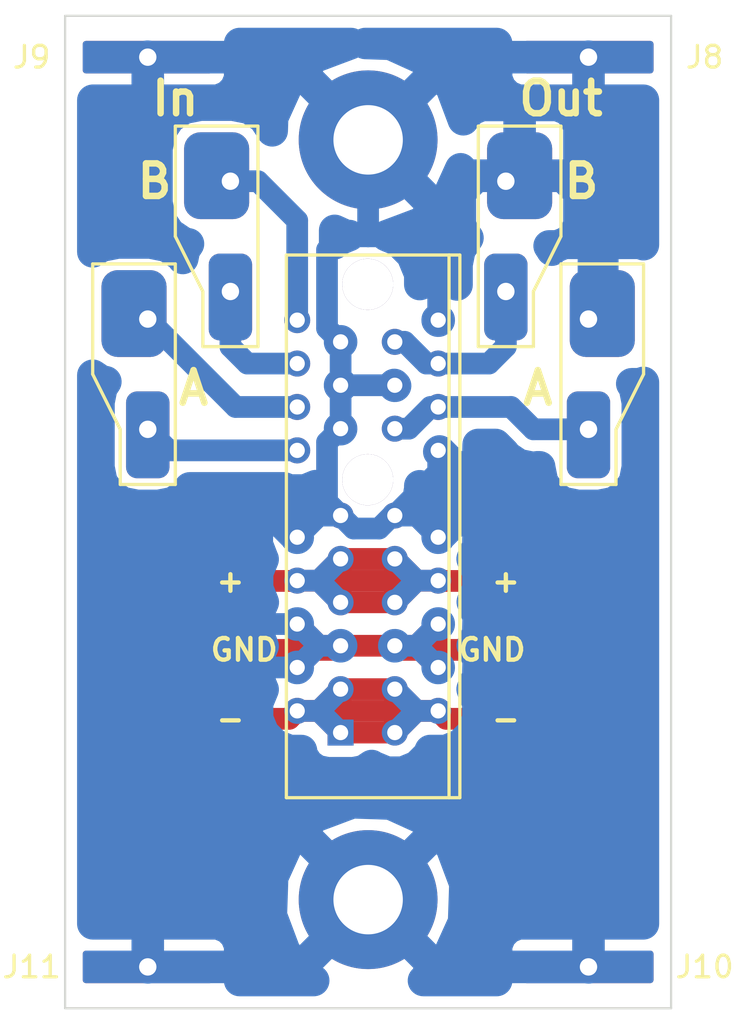
<source format=kicad_pcb>
(kicad_pcb (version 20171130) (host pcbnew 5.0.2-bee76a0~70~ubuntu16.04.1)

  (general
    (thickness 1.6)
    (drawings 16)
    (tracks 137)
    (zones 0)
    (modules 17)
    (nets 10)
  )

  (page A4)
  (layers
    (0 F.Cu signal)
    (31 B.Cu signal)
    (32 B.Adhes user)
    (33 F.Adhes user)
    (34 B.Paste user)
    (35 F.Paste user)
    (36 B.SilkS user)
    (37 F.SilkS user)
    (38 B.Mask user)
    (39 F.Mask user)
    (40 Dwgs.User user)
    (41 Cmts.User user)
    (42 Eco1.User user)
    (43 Eco2.User user)
    (44 Edge.Cuts user)
    (45 Margin user)
    (46 B.CrtYd user)
    (47 F.CrtYd user)
    (48 B.Fab user)
    (49 F.Fab user)
  )

  (setup
    (last_trace_width 1)
    (trace_clearance 0.2)
    (zone_clearance 0.5)
    (zone_45_only no)
    (trace_min 0.2)
    (segment_width 0.2)
    (edge_width 0.1)
    (via_size 0.8)
    (via_drill 0.4)
    (via_min_size 0.4)
    (via_min_drill 0.3)
    (uvia_size 0.3)
    (uvia_drill 0.1)
    (uvias_allowed no)
    (uvia_min_size 0.2)
    (uvia_min_drill 0.1)
    (pcb_text_width 0.3)
    (pcb_text_size 1.5 1.5)
    (mod_edge_width 0.15)
    (mod_text_size 1 1)
    (mod_text_width 0.15)
    (pad_size 6.4 6.4)
    (pad_drill 3.2)
    (pad_to_mask_clearance 0)
    (solder_mask_min_width 0.25)
    (aux_axis_origin 0 0)
    (visible_elements FFFFFF7F)
    (pcbplotparams
      (layerselection 0x010fc_ffffffff)
      (usegerberextensions false)
      (usegerberattributes false)
      (usegerberadvancedattributes false)
      (creategerberjobfile false)
      (excludeedgelayer true)
      (linewidth 0.100000)
      (plotframeref false)
      (viasonmask false)
      (mode 1)
      (useauxorigin false)
      (hpglpennumber 1)
      (hpglpenspeed 20)
      (hpglpendiameter 15.000000)
      (psnegative false)
      (psa4output false)
      (plotreference true)
      (plotvalue true)
      (plotinvisibletext false)
      (padsonsilk false)
      (subtractmaskfromsilk false)
      (outputformat 1)
      (mirror false)
      (drillshape 1)
      (scaleselection 1)
      (outputdirectory ""))
  )

  (net 0 "")
  (net 1 GNDA)
  (net 2 inA-)
  (net 3 inA+)
  (net 4 inB+)
  (net 5 inB-)
  (net 6 outB)
  (net 7 outA)
  (net 8 +15V)
  (net 9 -15V)

  (net_class Default "This is the default net class."
    (clearance 0.2)
    (trace_width 1)
    (via_dia 0.8)
    (via_drill 0.4)
    (uvia_dia 0.3)
    (uvia_drill 0.1)
    (add_net +15V)
    (add_net -15V)
    (add_net GNDA)
    (add_net inA+)
    (add_net inA-)
    (add_net inB+)
    (add_net inB-)
    (add_net outA)
    (add_net outB)
  )

  (module footprints:PCIexpress_1x_connector (layer F.Cu) (tedit 5CD00FC7) (tstamp 5CB1E174)
    (at 38.1 45.72 90)
    (path /5CB5100B)
    (fp_text reference J1 (at -2 2.54 90) (layer F.SilkS) hide
      (effects (font (size 1 1) (thickness 0.15)))
    )
    (fp_text value Conn_02x18_Row_Letter_Last (at 5.08 -3.81 90) (layer F.Fab)
      (effects (font (size 1 1) (thickness 0.15)))
    )
    (fp_line (start -3 5.5) (end -3 5) (layer F.SilkS) (width 0.15))
    (fp_line (start 22 5.5) (end -3 5.5) (layer F.SilkS) (width 0.15))
    (fp_line (start 22 5) (end 22 5.5) (layer F.SilkS) (width 0.15))
    (fp_line (start -3 5) (end -3 -2.5) (layer F.SilkS) (width 0.15))
    (fp_line (start 22 5) (end -3 5) (layer F.SilkS) (width 0.15))
    (fp_line (start 22 -2.5) (end 22 5) (layer F.SilkS) (width 0.15))
    (fp_line (start -3 -2.5) (end 22 -2.5) (layer F.SilkS) (width 0.15))
    (pad "" thru_hole circle (at 20.65 1.25 90) (size 2.35 2.35) (drill 2.35) (layers *.Cu *.Mask))
    (pad "" thru_hole circle (at 11.65 1.25 90) (size 2.35 2.35) (drill 2.35) (layers *.Cu *.Mask))
    (pad 18b thru_hole circle (at 19 4.5 90) (size 1.2 1.2) (drill 0.7) (layers *.Cu *.Mask)
      (net 1 GNDA))
    (pad 17b thru_hole circle (at 18 2.5 90) (size 1.2 1.2) (drill 0.7) (layers *.Cu *.Mask)
      (net 6 outB))
    (pad 16b thru_hole circle (at 17 4.5 90) (size 1.2 1.2) (drill 0.7) (layers *.Cu *.Mask)
      (net 6 outB))
    (pad 15b thru_hole circle (at 16 2.5 90) (size 1.2 1.2) (drill 0.7) (layers *.Cu *.Mask)
      (net 1 GNDA))
    (pad 14b thru_hole circle (at 15 4.5 90) (size 1.2 1.2) (drill 0.7) (layers *.Cu *.Mask)
      (net 7 outA))
    (pad 13b thru_hole circle (at 14 2.5 90) (size 1.2 1.2) (drill 0.7) (layers *.Cu *.Mask)
      (net 7 outA))
    (pad 12b thru_hole circle (at 13 4.5 90) (size 1.2 1.2) (drill 0.7) (layers *.Cu *.Mask)
      (net 1 GNDA))
    (pad 11b thru_hole circle (at 10 2.5 90) (size 1.2 1.2) (drill 0.7) (layers *.Cu *.Mask)
      (net 1 GNDA))
    (pad 10b thru_hole circle (at 9 4.5 90) (size 1.2 1.2) (drill 0.7) (layers *.Cu *.Mask)
      (net 1 GNDA))
    (pad 9b thru_hole circle (at 8 2.5 90) (size 1.2 1.2) (drill 0.7) (layers *.Cu *.Mask)
      (net 8 +15V))
    (pad 8b thru_hole circle (at 7 4.5 90) (size 1.2 1.2) (drill 0.7) (layers *.Cu *.Mask)
      (net 8 +15V))
    (pad 7b thru_hole circle (at 6 2.5 90) (size 1.2 1.2) (drill 0.7) (layers *.Cu *.Mask)
      (net 8 +15V))
    (pad 6b thru_hole circle (at 5 4.5 90) (size 1.2 1.2) (drill 0.7) (layers *.Cu *.Mask)
      (net 1 GNDA))
    (pad 5b thru_hole circle (at 4 2.5 90) (size 1.2 1.2) (drill 0.7) (layers *.Cu *.Mask)
      (net 1 GNDA))
    (pad 4b thru_hole circle (at 3 4.5 90) (size 1.2 1.2) (drill 0.7) (layers *.Cu *.Mask)
      (net 1 GNDA))
    (pad 3b thru_hole circle (at 2 2.5 90) (size 1.2 1.2) (drill 0.7) (layers *.Cu *.Mask)
      (net 9 -15V))
    (pad 2b thru_hole circle (at 1 4.5 90) (size 1.2 1.2) (drill 0.7) (layers *.Cu *.Mask)
      (net 9 -15V))
    (pad 1b thru_hole circle (at 0 2.5 90) (size 1.2 1.2) (drill 0.7) (layers *.Cu *.Mask)
      (net 9 -15V))
    (pad 18a thru_hole circle (at 19 -2 90) (size 1.2 1.2) (drill 0.7) (layers *.Cu *.Mask)
      (net 4 inB+))
    (pad 17a thru_hole circle (at 18 0 90) (size 1.2 1.2) (drill 0.7) (layers *.Cu *.Mask)
      (net 1 GNDA))
    (pad 16a thru_hole circle (at 17 -2 90) (size 1.2 1.2) (drill 0.7) (layers *.Cu *.Mask)
      (net 5 inB-))
    (pad 15a thru_hole circle (at 16 0 90) (size 1.2 1.2) (drill 0.7) (layers *.Cu *.Mask)
      (net 1 GNDA))
    (pad 14a thru_hole circle (at 15 -2 90) (size 1.2 1.2) (drill 0.7) (layers *.Cu *.Mask)
      (net 3 inA+))
    (pad 13a thru_hole circle (at 14 0 90) (size 1.2 1.2) (drill 0.7) (layers *.Cu *.Mask)
      (net 1 GNDA))
    (pad 12a thru_hole circle (at 13 -2 90) (size 1.2 1.2) (drill 0.7) (layers *.Cu *.Mask)
      (net 2 inA-))
    (pad 11a thru_hole circle (at 10 0 90) (size 1.2 1.2) (drill 0.7) (layers *.Cu *.Mask)
      (net 1 GNDA))
    (pad 10a thru_hole circle (at 9 -2 90) (size 1.2 1.2) (drill 0.7) (layers *.Cu *.Mask)
      (net 1 GNDA))
    (pad 9a thru_hole circle (at 8 0 90) (size 1.2 1.2) (drill 0.7) (layers *.Cu *.Mask)
      (net 8 +15V))
    (pad 8a thru_hole circle (at 7 -2 90) (size 1.2 1.2) (drill 0.7) (layers *.Cu *.Mask)
      (net 8 +15V))
    (pad 7a thru_hole circle (at 6 0 90) (size 1.2 1.2) (drill 0.7) (layers *.Cu *.Mask)
      (net 8 +15V))
    (pad 6a thru_hole circle (at 5 -2 90) (size 1.2 1.2) (drill 0.7) (layers *.Cu *.Mask)
      (net 1 GNDA))
    (pad 5a thru_hole circle (at 4 0 90) (size 1.2 1.2) (drill 0.7) (layers *.Cu *.Mask)
      (net 1 GNDA))
    (pad 4a thru_hole circle (at 3 -2 90) (size 1.2 1.2) (drill 0.7) (layers *.Cu *.Mask)
      (net 1 GNDA))
    (pad 3a thru_hole circle (at 2 0 90) (size 1.2 1.2) (drill 0.7) (layers *.Cu *.Mask)
      (net 9 -15V))
    (pad 2a thru_hole circle (at 1 -2 90) (size 1.2 1.2) (drill 0.7) (layers *.Cu *.Mask)
      (net 9 -15V))
    (pad 1a thru_hole rect (at 0 0 90) (size 1.2 1.2) (drill 0.7) (layers *.Cu *.Mask)
      (net 9 -15V))
  )

  (module footprints:coax_solder_pad (layer F.Cu) (tedit 5CB36FFB) (tstamp 5CB1E198)
    (at 49.53 26.67 270)
    (path /5CB301F1)
    (fp_text reference outA1 (at 5.715 -2.54 270) (layer F.SilkS) hide
      (effects (font (size 1 1) (thickness 0.15)))
    )
    (fp_text value Conn_01x02 (at 3.81 -3.81 270) (layer F.Fab)
      (effects (font (size 1 1) (thickness 0.15)))
    )
    (fp_line (start -2.54 1.27) (end -2.54 -2.54) (layer F.SilkS) (width 0.15))
    (fp_line (start 7.62 1.27) (end -2.54 1.27) (layer F.SilkS) (width 0.15))
    (fp_line (start 7.62 -1.27) (end 7.62 1.27) (layer F.SilkS) (width 0.15))
    (fp_line (start 5.08 -1.27) (end 7.62 -1.27) (layer F.SilkS) (width 0.15))
    (fp_line (start 2.54 -2.54) (end 5.08 -1.27) (layer F.SilkS) (width 0.15))
    (fp_line (start -2.54 -2.54) (end 2.54 -2.54) (layer F.SilkS) (width 0.15))
    (pad 2 thru_hole roundrect (at 5.08 0 270) (size 4 2) (drill 0.8 (offset 0.254 0)) (layers *.Cu *.Mask) (roundrect_rratio 0.25)
      (net 7 outA))
    (pad 1 thru_hole roundrect (at 0 0 270) (size 4 3) (drill 0.8 (offset -0.254 -0.635)) (layers *.Cu *.Mask) (roundrect_rratio 0.25)
      (net 1 GNDA))
  )

  (module footprints:coax_solder_pad (layer F.Cu) (tedit 5CB36FFF) (tstamp 5CB1E1B0)
    (at 45.72 20.32 270)
    (path /5CB3167B)
    (fp_text reference outB1 (at 1.27 1.905 270) (layer F.SilkS) hide
      (effects (font (size 1 1) (thickness 0.15)))
    )
    (fp_text value Conn_01x02 (at 3.81 -3.81 270) (layer F.Fab)
      (effects (font (size 1 1) (thickness 0.15)))
    )
    (fp_line (start -2.54 -2.54) (end 2.54 -2.54) (layer F.SilkS) (width 0.15))
    (fp_line (start 2.54 -2.54) (end 5.08 -1.27) (layer F.SilkS) (width 0.15))
    (fp_line (start 5.08 -1.27) (end 7.62 -1.27) (layer F.SilkS) (width 0.15))
    (fp_line (start 7.62 -1.27) (end 7.62 1.27) (layer F.SilkS) (width 0.15))
    (fp_line (start 7.62 1.27) (end -2.54 1.27) (layer F.SilkS) (width 0.15))
    (fp_line (start -2.54 1.27) (end -2.54 -2.54) (layer F.SilkS) (width 0.15))
    (pad 1 thru_hole roundrect (at 0 0 270) (size 4 3) (drill 0.8 (offset -0.254 -0.635)) (layers *.Cu *.Mask) (roundrect_rratio 0.25)
      (net 1 GNDA))
    (pad 2 thru_hole roundrect (at 5.08 0 270) (size 4 2) (drill 0.8 (offset 0.254 0)) (layers *.Cu *.Mask) (roundrect_rratio 0.25)
      (net 6 outB))
  )

  (module MountingHole:MountingHole_3.2mm_M3_Pad (layer F.Cu) (tedit 5CD00FCB) (tstamp 5CBFFFEE)
    (at 39.37 18.415)
    (descr "Mounting Hole 3.2mm, M3")
    (tags "mounting hole 3.2mm m3")
    (attr virtual)
    (fp_text reference REF** (at 0 -4.2) (layer F.SilkS) hide
      (effects (font (size 1 1) (thickness 0.15)))
    )
    (fp_text value MountingHole_3.2mm_M3_Pad (at 0 4.2) (layer F.Fab)
      (effects (font (size 1 1) (thickness 0.15)))
    )
    (fp_circle (center 0 0) (end 3.45 0) (layer F.CrtYd) (width 0.05))
    (fp_circle (center 0 0) (end 3.2 0) (layer Cmts.User) (width 0.15))
    (fp_text user %R (at 0.3 0) (layer F.Fab)
      (effects (font (size 1 1) (thickness 0.15)))
    )
    (pad 1 thru_hole circle (at 0 0) (size 6.4 6.4) (drill 3.2) (layers *.Cu *.Mask)
      (net 1 GNDA))
  )

  (module MountingHole:MountingHole_3.2mm_M3_Pad (layer F.Cu) (tedit 5CD00FC4) (tstamp 5CBFFFFE)
    (at 39.37 53.34)
    (descr "Mounting Hole 3.2mm, M3")
    (tags "mounting hole 3.2mm m3")
    (attr virtual)
    (fp_text reference REF** (at 0 -4.2) (layer F.SilkS) hide
      (effects (font (size 1 1) (thickness 0.15)))
    )
    (fp_text value MountingHole_3.2mm_M3_Pad (at 0 4.2) (layer F.Fab)
      (effects (font (size 1 1) (thickness 0.15)))
    )
    (fp_circle (center 0 0) (end 3.45 0) (layer F.CrtYd) (width 0.05))
    (fp_circle (center 0 0) (end 3.2 0) (layer Cmts.User) (width 0.15))
    (fp_text user %R (at 0.3 0) (layer F.Fab)
      (effects (font (size 1 1) (thickness 0.15)))
    )
    (pad 1 thru_hole circle (at 0 0.075) (size 6.4 6.4) (drill 3.2) (layers *.Cu *.Mask)
      (net 1 GNDA))
  )

  (module footprints:coax_solder_pad_flipped (layer F.Cu) (tedit 5CD00F94) (tstamp 5CD0104B)
    (at 29.21 26.67 270)
    (path /5CB2B45C)
    (fp_text reference inA1 (at 3.57 -1.785 270) (layer F.SilkS) hide
      (effects (font (size 1 1) (thickness 0.15)))
    )
    (fp_text value Conn_01x02 (at 3.57 -3.57 270) (layer F.Fab)
      (effects (font (size 1 1) (thickness 0.15)))
    )
    (fp_line (start -2.54 -1.27) (end -2.54 2.54) (layer F.SilkS) (width 0.15))
    (fp_line (start 7.62 -1.27) (end -2.54 -1.27) (layer F.SilkS) (width 0.15))
    (fp_line (start 7.62 1.27) (end 7.62 -1.27) (layer F.SilkS) (width 0.15))
    (fp_line (start 5.08 1.27) (end 7.62 1.27) (layer F.SilkS) (width 0.15))
    (fp_line (start 2.54 2.54) (end 5.08 1.27) (layer F.SilkS) (width 0.15))
    (fp_line (start -2.54 2.54) (end 2.54 2.54) (layer F.SilkS) (width 0.15))
    (pad 2 thru_hole roundrect (at 5.08 0 90) (size 4 2) (drill 0.8 (offset -0.254 0)) (layers *.Cu *.Mask) (roundrect_rratio 0.25)
      (net 2 inA-))
    (pad 1 thru_hole roundrect (at 0 0 90) (size 4 3) (drill 0.8 (offset 0.254 -0.635)) (layers *.Cu *.Mask) (roundrect_rratio 0.25)
      (net 3 inA+))
  )

  (module footprints:coax_solder_pad_flipped (layer F.Cu) (tedit 5CD00FB3) (tstamp 5CD00EB3)
    (at 33.02 20.32 270)
    (path /5CB2D8FB)
    (fp_text reference inB1 (at 3.57 -1.785 270) (layer F.SilkS) hide
      (effects (font (size 1 1) (thickness 0.15)))
    )
    (fp_text value Conn_01x02 (at 3.57 -3.57 270) (layer F.Fab)
      (effects (font (size 1 1) (thickness 0.15)))
    )
    (fp_line (start -2.54 2.54) (end 2.54 2.54) (layer F.SilkS) (width 0.15))
    (fp_line (start 2.54 2.54) (end 5.08 1.27) (layer F.SilkS) (width 0.15))
    (fp_line (start 5.08 1.27) (end 7.62 1.27) (layer F.SilkS) (width 0.15))
    (fp_line (start 7.62 1.27) (end 7.62 -1.27) (layer F.SilkS) (width 0.15))
    (fp_line (start 7.62 -1.27) (end -2.54 -1.27) (layer F.SilkS) (width 0.15))
    (fp_line (start -2.54 -1.27) (end -2.54 2.54) (layer F.SilkS) (width 0.15))
    (pad 1 thru_hole roundrect (at 0 0 90) (size 4 3) (drill 0.8 (offset 0.254 -0.635)) (layers *.Cu *.Mask) (roundrect_rratio 0.25)
      (net 4 inB+))
    (pad 2 thru_hole roundrect (at 5.08 0 90) (size 4 2) (drill 0.8 (offset -0.254 0)) (layers *.Cu *.Mask) (roundrect_rratio 0.25)
      (net 5 inB-))
  )

  (module footprints:edge_solderstrip_1mm5x6mm (layer F.Cu) (tedit 5CD017A5) (tstamp 5CD01BF3)
    (at 49.53 45.085)
    (path /5CD03267)
    (fp_text reference J2 (at 11.43 0) (layer F.SilkS) hide
      (effects (font (size 1 1) (thickness 0.15)))
    )
    (fp_text value -15V (at 0 -1.785) (layer F.Fab)
      (effects (font (size 1 1) (thickness 0.15)))
    )
    (pad 1 smd roundrect (at 0 0) (size 6 1.5) (layers F.Cu F.Paste F.Mask) (roundrect_rratio 0.1)
      (net 9 -15V))
  )

  (module footprints:edge_solderstrip_1mm5x6mm (layer F.Cu) (tedit 5CD01851) (tstamp 5CD01B16)
    (at 29.21 41.91 180)
    (path /5CD03404)
    (fp_text reference J3 (at 5.355 0 180) (layer F.SilkS) hide
      (effects (font (size 1 1) (thickness 0.15)))
    )
    (fp_text value GND (at 0 -1.785 180) (layer F.Fab)
      (effects (font (size 1 1) (thickness 0.15)))
    )
    (pad 1 smd roundrect (at 0 0 180) (size 6 1.5) (layers F.Cu F.Paste F.Mask) (roundrect_rratio 0.1)
      (net 1 GNDA))
  )

  (module footprints:edge_solderstrip_1mm5x6mm (layer F.Cu) (tedit 5CD0184D) (tstamp 5CD01B1B)
    (at 29.21 38.735 180)
    (path /5CD03422)
    (fp_text reference J4 (at 5.355 0 180) (layer F.SilkS) hide
      (effects (font (size 1 1) (thickness 0.15)))
    )
    (fp_text value +15V (at 0 -1.785 180) (layer F.Fab)
      (effects (font (size 1 1) (thickness 0.15)))
    )
    (pad 1 smd roundrect (at 0 0 180) (size 6 1.5) (layers F.Cu F.Paste F.Mask) (roundrect_rratio 0.1)
      (net 8 +15V))
  )

  (module footprints:edge_solderstrip_1mm5x6mm (layer F.Cu) (tedit 5CD01854) (tstamp 5CD01B20)
    (at 29.21 45.085 180)
    (path /5CD08F50)
    (fp_text reference J5 (at 5.355 0 180) (layer F.SilkS) hide
      (effects (font (size 1 1) (thickness 0.15)))
    )
    (fp_text value -15V (at 0 -1.785 180) (layer F.Fab)
      (effects (font (size 1 1) (thickness 0.15)))
    )
    (pad 1 smd roundrect (at 0 0 180) (size 6 1.5) (layers F.Cu F.Paste F.Mask) (roundrect_rratio 0.1)
      (net 9 -15V))
  )

  (module footprints:edge_solderstrip_1mm5x6mm (layer F.Cu) (tedit 5CD01848) (tstamp 5CD01BBA)
    (at 49.53 41.91)
    (path /5CD08F56)
    (fp_text reference J6 (at 5.355 0) (layer F.SilkS) hide
      (effects (font (size 1 1) (thickness 0.15)))
    )
    (fp_text value GND (at 0 -1.785) (layer F.Fab)
      (effects (font (size 1 1) (thickness 0.15)))
    )
    (pad 1 smd roundrect (at 0 0) (size 6 1.5) (layers F.Cu F.Paste F.Mask) (roundrect_rratio 0.1)
      (net 1 GNDA))
  )

  (module footprints:edge_solderstrip_1mm5x6mm (layer F.Cu) (tedit 5CD0184B) (tstamp 5CD01B2A)
    (at 49.53 38.735)
    (path /5CD08F5C)
    (fp_text reference J7 (at 5.355 0) (layer F.SilkS) hide
      (effects (font (size 1 1) (thickness 0.15)))
    )
    (fp_text value +15V (at 0 -1.785) (layer F.Fab)
      (effects (font (size 1 1) (thickness 0.15)))
    )
    (pad 1 smd roundrect (at 0 0) (size 6 1.5) (layers F.Cu F.Paste F.Mask) (roundrect_rratio 0.1)
      (net 8 +15V))
  )

  (module footprints:edge_solderstrip_th (layer F.Cu) (tedit 5CD019F3) (tstamp 5CD01FF0)
    (at 49.53 14.605)
    (path /5CD13694)
    (fp_text reference J8 (at 5.355 0) (layer F.SilkS)
      (effects (font (size 1 1) (thickness 0.15)))
    )
    (fp_text value GND (at 0 -1.785) (layer F.Fab)
      (effects (font (size 1 1) (thickness 0.15)))
    )
    (pad 1 thru_hole roundrect (at 0 0) (size 6 1.5) (drill 0.8) (layers *.Cu *.Mask) (roundrect_rratio 0.1)
      (net 1 GNDA))
  )

  (module footprints:edge_solderstrip_th (layer F.Cu) (tedit 5CD019F3) (tstamp 5CD01FF4)
    (at 29.21 14.605 180)
    (path /5CD1356B)
    (fp_text reference J9 (at 5.355 0 180) (layer F.SilkS)
      (effects (font (size 1 1) (thickness 0.15)))
    )
    (fp_text value GND (at 0 -1.785 180) (layer F.Fab)
      (effects (font (size 1 1) (thickness 0.15)))
    )
    (pad 1 thru_hole roundrect (at 0 0 180) (size 6 1.5) (drill 0.8) (layers *.Cu *.Mask) (roundrect_rratio 0.1)
      (net 1 GNDA))
  )

  (module footprints:edge_solderstrip_th (layer F.Cu) (tedit 5CD019F3) (tstamp 5CD01FF8)
    (at 49.53 56.515)
    (path /5CD1363E)
    (fp_text reference J10 (at 5.355 0) (layer F.SilkS)
      (effects (font (size 1 1) (thickness 0.15)))
    )
    (fp_text value GND (at 0 -1.785) (layer F.Fab)
      (effects (font (size 1 1) (thickness 0.15)))
    )
    (pad 1 thru_hole roundrect (at 0 0) (size 6 1.5) (drill 0.8) (layers *.Cu *.Mask) (roundrect_rratio 0.1)
      (net 1 GNDA))
  )

  (module footprints:edge_solderstrip_th (layer F.Cu) (tedit 5CD019F3) (tstamp 5CD01FFC)
    (at 29.21 56.515 180)
    (path /5CD13668)
    (fp_text reference J11 (at 5.355 0 180) (layer F.SilkS)
      (effects (font (size 1 1) (thickness 0.15)))
    )
    (fp_text value GND (at 0 -1.785 180) (layer F.Fab)
      (effects (font (size 1 1) (thickness 0.15)))
    )
    (pad 1 thru_hole roundrect (at 0 0 180) (size 6 1.5) (drill 0.8) (layers *.Cu *.Mask) (roundrect_rratio 0.1)
      (net 1 GNDA))
  )

  (gr_text - (at 33.02 45.085) (layer F.SilkS) (tstamp 5CD01D97)
    (effects (font (size 1 1) (thickness 0.2)))
  )
  (gr_text + (at 33.02 38.735) (layer F.SilkS) (tstamp 5CD01D96)
    (effects (font (size 1 1) (thickness 0.2)))
  )
  (gr_text GND (at 33.655 41.91) (layer F.SilkS) (tstamp 5CD01D92)
    (effects (font (size 1 1) (thickness 0.2)))
  )
  (gr_text - (at 45.72 45.085) (layer F.SilkS)
    (effects (font (size 1 1) (thickness 0.2)))
  )
  (gr_text GND (at 45.085 41.91) (layer F.SilkS)
    (effects (font (size 1 1) (thickness 0.2)))
  )
  (gr_text + (at 45.72 38.735) (layer F.SilkS)
    (effects (font (size 1 1) (thickness 0.2)))
  )
  (gr_text B (at 28.575 20.32) (layer F.SilkS) (tstamp 5CD01003)
    (effects (font (size 1.5 1.5) (thickness 0.3)) (justify left))
  )
  (gr_text A (at 46.355 29.845) (layer F.SilkS) (tstamp 5CD01003)
    (effects (font (size 1.5 1.5) (thickness 0.3)) (justify left))
  )
  (gr_line (start 25.4 58.42) (end 25.4 12.7) (layer Edge.Cuts) (width 0.1))
  (gr_line (start 53.34 58.42) (end 25.4 58.42) (layer Edge.Cuts) (width 0.1))
  (gr_line (start 53.34 12.7) (end 53.34 58.42) (layer Edge.Cuts) (width 0.1))
  (gr_line (start 25.4 12.7) (end 53.34 12.7) (layer Edge.Cuts) (width 0.1))
  (gr_text A (at 30.48 29.845) (layer F.SilkS)
    (effects (font (size 1.5 1.5) (thickness 0.3)) (justify left))
  )
  (gr_text B (at 48.26 20.32) (layer F.SilkS)
    (effects (font (size 1.5 1.5) (thickness 0.3)) (justify left))
  )
  (gr_text In (at 30.48 16.51) (layer F.SilkS)
    (effects (font (size 1.5 1.5) (thickness 0.3)))
  )
  (gr_text Out (at 48.26 16.51) (layer F.SilkS)
    (effects (font (size 1.5 1.5) (thickness 0.3)))
  )

  (segment (start 40.6 29.72) (end 38.1 29.72) (width 1) (layer B.Cu) (net 1))
  (segment (start 38.1 29.72) (end 38.1 27.72) (width 1) (layer B.Cu) (net 1))
  (segment (start 38.1 31.72) (end 38.1 29.72) (width 1) (layer B.Cu) (net 1))
  (segment (start 42.6 33.72) (end 42.6 32.72) (width 1) (layer B.Cu) (net 1))
  (segment (start 40.6 35.72) (end 42.6 33.72) (width 1) (layer B.Cu) (net 1))
  (segment (start 41.6 35.72) (end 42.6 36.72) (width 1) (layer B.Cu) (net 1))
  (segment (start 40.6 35.72) (end 41.6 35.72) (width 1) (layer B.Cu) (net 1))
  (segment (start 37.1 35.72) (end 36.1 36.72) (width 1) (layer B.Cu) (net 1))
  (segment (start 38.1 35.72) (end 37.1 35.72) (width 1) (layer B.Cu) (net 1))
  (segment (start 39.875003 36.319999) (end 38.699999 36.319999) (width 1) (layer B.Cu) (net 1))
  (segment (start 40.475002 35.72) (end 39.875003 36.319999) (width 1) (layer B.Cu) (net 1))
  (segment (start 38.699999 36.319999) (end 38.1 35.72) (width 1) (layer B.Cu) (net 1))
  (segment (start 40.6 35.72) (end 40.475002 35.72) (width 1) (layer B.Cu) (net 1))
  (segment (start 41.6 41.72) (end 42.6 40.72) (width 1) (layer B.Cu) (net 1))
  (segment (start 40.6 41.72) (end 41.6 41.72) (width 1) (layer B.Cu) (net 1))
  (segment (start 42.6 42.72) (end 41.6 41.72) (width 1) (layer B.Cu) (net 1))
  (segment (start 37.1 41.72) (end 36.1 40.72) (width 1) (layer B.Cu) (net 1))
  (segment (start 38.1 41.72) (end 37.1 41.72) (width 1) (layer B.Cu) (net 1))
  (segment (start 36.1 42.72) (end 37.1 41.72) (width 1) (layer B.Cu) (net 1))
  (segment (start 37.474999 32.345001) (end 37.500001 32.319999) (width 1) (layer B.Cu) (net 1))
  (segment (start 37.500001 32.319999) (end 38.1 31.72) (width 1) (layer B.Cu) (net 1))
  (segment (start 37.474999 35.094999) (end 37.474999 32.345001) (width 1) (layer B.Cu) (net 1))
  (segment (start 38.1 35.72) (end 37.474999 35.094999) (width 1) (layer B.Cu) (net 1))
  (segment (start 37.474999 23.485001) (end 38.1 22.86) (width 1) (layer B.Cu) (net 1))
  (segment (start 42.6 26.72) (end 42.6 22.86) (width 1) (layer B.Cu) (net 1))
  (segment (start 37.474999 27.094999) (end 37.474999 23.485001) (width 1) (layer B.Cu) (net 1))
  (segment (start 38.1 27.72) (end 37.474999 27.094999) (width 1) (layer B.Cu) (net 1))
  (segment (start 42.6 22.17) (end 42.6 22.86) (width 1) (layer B.Cu) (net 1))
  (segment (start 44.45 20.32) (end 42.6 22.17) (width 1) (layer B.Cu) (net 1))
  (segment (start 45.72 20.32) (end 44.45 20.32) (width 1) (layer B.Cu) (net 1))
  (segment (start 39.37 18.415) (end 39.37 22.86) (width 1) (layer B.Cu) (net 1))
  (segment (start 39.37 22.86) (end 42.6 22.86) (width 1) (layer B.Cu) (net 1))
  (segment (start 38.1 22.86) (end 39.37 22.86) (width 1) (layer B.Cu) (net 1))
  (segment (start 49.53 26.67) (end 49.53 21.59) (width 1) (layer B.Cu) (net 1))
  (segment (start 49.53 21.59) (end 48.26 20.32) (width 1) (layer B.Cu) (net 1))
  (segment (start 48.26 20.32) (end 45.72 20.32) (width 1) (layer B.Cu) (net 1))
  (segment (start 42.6 36.72) (end 43.199999 36.120001) (width 1) (layer B.Cu) (net 1))
  (segment (start 43.199999 36.120001) (end 43.224001 36.144003) (width 1) (layer B.Cu) (net 1))
  (segment (start 42.799998 35.72) (end 43.224001 36.144003) (width 1) (layer B.Cu) (net 1))
  (segment (start 40.6 35.72) (end 42.799998 35.72) (width 1) (layer B.Cu) (net 1))
  (segment (start 35.900002 35.72) (end 35.500001 36.120001) (width 1) (layer B.Cu) (net 1))
  (segment (start 38.1 35.72) (end 35.900002 35.72) (width 1) (layer B.Cu) (net 1))
  (segment (start 42.6 40.72) (end 42.6 42.72) (width 1) (layer F.Cu) (net 1))
  (segment (start 36.1 40.72) (end 36.1 42.72) (width 1) (layer F.Cu) (net 1))
  (segment (start 37.1 41.72) (end 36.1 40.72) (width 1) (layer F.Cu) (net 1))
  (segment (start 37.1 41.72) (end 36.1 42.72) (width 1) (layer F.Cu) (net 1))
  (segment (start 38.1 41.72) (end 37.1 41.72) (width 1) (layer F.Cu) (net 1))
  (segment (start 41.6 41.72) (end 42.6 40.72) (width 1) (layer F.Cu) (net 1))
  (segment (start 41.6 41.72) (end 42.6 42.72) (width 1) (layer F.Cu) (net 1))
  (segment (start 40.6 41.72) (end 41.6 41.72) (width 1) (layer F.Cu) (net 1))
  (segment (start 40.6 41.72) (end 38.1 41.72) (width 1) (layer F.Cu) (net 1))
  (segment (start 36.1 40.72) (end 33.735 40.72) (width 1) (layer B.Cu) (net 1))
  (segment (start 33.735 40.72) (end 33.02 40.005) (width 1) (layer B.Cu) (net 1))
  (segment (start 33.02 40.005) (end 33.02 37.465) (width 1) (layer B.Cu) (net 1))
  (segment (start 34.364999 36.120001) (end 33.02 37.465) (width 1) (layer B.Cu) (net 1))
  (segment (start 35.500001 36.120001) (end 34.364999 36.120001) (width 1) (layer B.Cu) (net 1))
  (segment (start 36.1 36.72) (end 35.500001 36.120001) (width 1) (layer B.Cu) (net 1))
  (segment (start 36.1 42.72) (end 33.48 42.72) (width 1) (layer B.Cu) (net 1))
  (segment (start 33.48 47.525) (end 39.37 53.415) (width 1) (layer B.Cu) (net 1))
  (segment (start 33.48 42.72) (end 33.48 47.525) (width 1) (layer B.Cu) (net 1))
  (segment (start 40.79 41.91) (end 40.6 41.72) (width 1) (layer F.Cu) (net 1))
  (segment (start 50.165 41.91) (end 40.79 41.91) (width 1) (layer F.Cu) (net 1))
  (segment (start 37.91 41.91) (end 38.1 41.72) (width 1) (layer F.Cu) (net 1))
  (segment (start 28.575 41.91) (end 37.91 41.91) (width 1) (layer F.Cu) (net 1))
  (segment (start 36.27 56.515) (end 39.37 53.415) (width 1) (layer B.Cu) (net 1))
  (segment (start 29.21 56.515) (end 36.27 56.515) (width 1) (layer B.Cu) (net 1))
  (segment (start 42.47 56.515) (end 39.37 53.415) (width 1) (layer B.Cu) (net 1))
  (segment (start 49.53 56.515) (end 42.47 56.515) (width 1) (layer B.Cu) (net 1))
  (segment (start 35.56 14.605) (end 29.21 14.605) (width 1) (layer B.Cu) (net 1))
  (segment (start 39.37 18.415) (end 35.56 14.605) (width 1) (layer B.Cu) (net 1))
  (segment (start 43.18 14.605) (end 39.37 18.415) (width 1) (layer B.Cu) (net 1))
  (segment (start 49.53 14.605) (end 43.18 14.605) (width 1) (layer B.Cu) (net 1))
  (segment (start 30.18 32.72) (end 36.1 32.72) (width 1) (layer B.Cu) (net 2))
  (segment (start 29.21 31.75) (end 30.18 32.72) (width 1) (layer B.Cu) (net 2))
  (segment (start 36.1 30.72) (end 33.26 30.72) (width 1) (layer B.Cu) (net 3))
  (segment (start 33.26 30.72) (end 29.21 26.67) (width 1) (layer B.Cu) (net 3))
  (segment (start 36.1 22.13) (end 34.29 20.32) (width 1) (layer B.Cu) (net 4))
  (segment (start 36.1 26.72) (end 36.1 22.13) (width 1) (layer B.Cu) (net 4))
  (segment (start 33.02 20.32) (end 34.29 20.32) (width 1) (layer B.Cu) (net 4))
  (segment (start 36.1 28.72) (end 33.8 28.72) (width 1) (layer B.Cu) (net 5))
  (segment (start 33.02 27.94) (end 33.02 25.4) (width 1) (layer B.Cu) (net 5))
  (segment (start 33.8 28.72) (end 33.02 27.94) (width 1) (layer B.Cu) (net 5))
  (segment (start 45.72 25.524002) (end 45.72 25.4) (width 1) (layer B.Cu) (net 6))
  (segment (start 45.72 27.94) (end 45.72 25.524002) (width 1) (layer B.Cu) (net 6))
  (segment (start 44.94 28.72) (end 45.72 27.94) (width 1) (layer B.Cu) (net 6))
  (segment (start 42.6 28.72) (end 44.94 28.72) (width 1) (layer B.Cu) (net 6))
  (segment (start 42.055 28.72) (end 42.6 28.72) (width 1) (layer B.Cu) (net 6))
  (segment (start 41.055 27.72) (end 42.055 28.72) (width 1) (layer B.Cu) (net 6))
  (segment (start 40.6 27.72) (end 41.055 27.72) (width 1) (layer B.Cu) (net 6))
  (segment (start 41.245 31.72) (end 40.6 31.72) (width 1) (layer B.Cu) (net 7))
  (segment (start 42.245 30.72) (end 41.245 31.72) (width 1) (layer B.Cu) (net 7))
  (segment (start 42.6 30.72) (end 42.245 30.72) (width 1) (layer B.Cu) (net 7))
  (segment (start 49.53 31.75) (end 46.99 31.75) (width 1) (layer B.Cu) (net 7))
  (segment (start 45.96 30.72) (end 42.6 30.72) (width 1) (layer B.Cu) (net 7))
  (segment (start 46.99 31.75) (end 45.96 30.72) (width 1) (layer B.Cu) (net 7))
  (segment (start 41.6 38.72) (end 40.6 39.72) (width 1) (layer B.Cu) (net 8))
  (segment (start 42.6 38.72) (end 41.6 38.72) (width 1) (layer B.Cu) (net 8))
  (segment (start 40.6 37.72) (end 41.6 38.72) (width 1) (layer B.Cu) (net 8))
  (segment (start 37.1 38.72) (end 38.1 39.72) (width 1) (layer B.Cu) (net 8))
  (segment (start 36.1 38.72) (end 37.1 38.72) (width 1) (layer B.Cu) (net 8))
  (segment (start 38.1 37.72) (end 37.1 38.72) (width 1) (layer B.Cu) (net 8))
  (segment (start 37.1 38.72) (end 38.1 37.72) (width 1) (layer F.Cu) (net 8))
  (segment (start 36.1 38.72) (end 37.1 38.72) (width 1) (layer F.Cu) (net 8))
  (segment (start 38.1 39.72) (end 37.1 38.72) (width 1) (layer F.Cu) (net 8))
  (segment (start 41.6 38.72) (end 40.6 37.72) (width 1) (layer F.Cu) (net 8))
  (segment (start 42.6 38.72) (end 41.6 38.72) (width 1) (layer F.Cu) (net 8))
  (segment (start 40.6 39.72) (end 41.6 38.72) (width 1) (layer F.Cu) (net 8))
  (segment (start 38.1 39.72) (end 38.1 37.72) (width 1) (layer F.Cu) (net 8))
  (segment (start 40.6 37.72) (end 40.6 39.72) (width 1) (layer F.Cu) (net 8))
  (segment (start 38.1 37.72) (end 40.6 37.72) (width 1) (layer F.Cu) (net 8))
  (segment (start 40.6 39.72) (end 38.1 39.72) (width 1) (layer F.Cu) (net 8))
  (segment (start 36.1 38.72) (end 42.6 38.72) (width 1) (layer F.Cu) (net 8))
  (segment (start 36.085 38.735) (end 36.1 38.72) (width 1) (layer F.Cu) (net 8))
  (segment (start 28.575 38.735) (end 36.085 38.735) (width 1) (layer F.Cu) (net 8))
  (segment (start 42.615 38.735) (end 42.6 38.72) (width 1) (layer F.Cu) (net 8))
  (segment (start 50.165 38.735) (end 42.615 38.735) (width 1) (layer F.Cu) (net 8))
  (segment (start 37.1 44.72) (end 38.1 43.72) (width 1) (layer B.Cu) (net 9))
  (segment (start 36.1 44.72) (end 37.1 44.72) (width 1) (layer B.Cu) (net 9))
  (segment (start 38.1 45.72) (end 37.1 44.72) (width 1) (layer B.Cu) (net 9))
  (segment (start 41.6 44.72) (end 40.6 43.72) (width 1) (layer B.Cu) (net 9))
  (segment (start 42.6 44.72) (end 41.6 44.72) (width 1) (layer B.Cu) (net 9))
  (segment (start 40.6 45.72) (end 41.6 44.72) (width 1) (layer B.Cu) (net 9))
  (segment (start 37.1 44.72) (end 38.1 43.72) (width 1) (layer F.Cu) (net 9))
  (segment (start 36.1 44.72) (end 37.1 44.72) (width 1) (layer F.Cu) (net 9))
  (segment (start 41.6 44.72) (end 40.6 43.72) (width 1) (layer F.Cu) (net 9))
  (segment (start 42.6 44.72) (end 41.6 44.72) (width 1) (layer F.Cu) (net 9))
  (segment (start 40.6 45.72) (end 41.6 44.72) (width 1) (layer F.Cu) (net 9))
  (segment (start 38.1 45.72) (end 37.1 44.72) (width 1) (layer F.Cu) (net 9))
  (segment (start 40.6 43.72) (end 40.6 45.72) (width 1) (layer F.Cu) (net 9))
  (segment (start 38.1 45.72) (end 38.1 43.72) (width 1) (layer F.Cu) (net 9))
  (segment (start 38.1 43.72) (end 40.6 43.72) (width 1) (layer F.Cu) (net 9))
  (segment (start 40.6 45.72) (end 38.1 45.72) (width 1) (layer F.Cu) (net 9))
  (segment (start 36.1 44.72) (end 42.6 44.72) (width 1) (layer F.Cu) (net 9))
  (segment (start 42.965 45.085) (end 42.6 44.72) (width 1) (layer F.Cu) (net 9))
  (segment (start 50.165 45.085) (end 42.965 45.085) (width 1) (layer F.Cu) (net 9))
  (segment (start 35.735 45.085) (end 36.1 44.72) (width 1) (layer F.Cu) (net 9))
  (segment (start 28.575 45.085) (end 35.735 45.085) (width 1) (layer F.Cu) (net 9))

  (zone (net 1) (net_name GNDA) (layer B.Cu) (tstamp 0) (hatch edge 0.508)
    (connect_pads (clearance 0.5))
    (min_thickness 1.45)
    (fill yes (arc_segments 16) (thermal_gap 0.508) (thermal_bridge_width 1.5))
    (polygon
      (pts
        (xy 25.4 12.7) (xy 53.34 12.7) (xy 53.34 58.42) (xy 25.4 58.42)
      )
    )
    (filled_polygon
      (pts
        (xy 27.060016 29.512834) (xy 27.279959 29.556583) (xy 27.094136 29.834687) (xy 26.961001 30.504) (xy 26.961001 33.504)
        (xy 27.094136 34.173313) (xy 27.473271 34.740729) (xy 28.040687 35.119864) (xy 28.71 35.252999) (xy 29.71 35.252999)
        (xy 30.379313 35.119864) (xy 30.946729 34.740729) (xy 31.144329 34.445) (xy 35.495564 34.445) (xy 35.736985 34.545)
        (xy 36.463015 34.545) (xy 36.785715 34.411333) (xy 36.770845 34.426203) (xy 36.978907 34.634265) (xy 36.57346 34.641805)
        (xy 36.460496 34.895721) (xy 35.782972 34.878174) (xy 35.102269 35.139696) (xy 35.021805 35.19346) (xy 35.014265 35.59891)
        (xy 36.1 36.684645) (xy 36.114143 36.670503) (xy 36.149498 36.705858) (xy 36.135355 36.72) (xy 36.149498 36.734143)
        (xy 36.114143 36.769498) (xy 36.1 36.755355) (xy 36.085858 36.769498) (xy 36.050503 36.734143) (xy 36.064645 36.72)
        (xy 34.97891 35.634265) (xy 34.57346 35.641805) (xy 34.277053 36.308059) (xy 34.258174 37.037028) (xy 34.519696 37.717731)
        (xy 34.532099 37.736293) (xy 34.275 38.356985) (xy 34.275 39.083015) (xy 34.538763 39.719795) (xy 34.277053 40.308059)
        (xy 34.258174 41.037028) (xy 34.519696 41.717731) (xy 34.531693 41.735687) (xy 34.277053 42.308059) (xy 34.258174 43.037028)
        (xy 34.519696 43.717731) (xy 34.532099 43.736293) (xy 34.275 44.356985) (xy 34.275 45.083015) (xy 34.55284 45.75378)
        (xy 35.06622 46.26716) (xy 35.736985 46.545) (xy 36.295756 46.545) (xy 36.346075 46.797971) (xy 36.616824 47.203176)
        (xy 37.022029 47.473925) (xy 37.5 47.568999) (xy 38.7 47.568999) (xy 39.177971 47.473925) (xy 39.534656 47.235596)
        (xy 39.56622 47.26716) (xy 40.236985 47.545) (xy 40.963015 47.545) (xy 41.63378 47.26716) (xy 42.14716 46.75378)
        (xy 42.234129 46.543817) (xy 42.236985 46.545) (xy 42.963015 46.545) (xy 43.63378 46.26716) (xy 44.14716 45.75378)
        (xy 44.425 45.083015) (xy 44.425 44.356985) (xy 44.161237 43.720205) (xy 44.422947 43.131941) (xy 44.441826 42.402972)
        (xy 44.180304 41.722269) (xy 44.168307 41.704313) (xy 44.422947 41.131941) (xy 44.441826 40.402972) (xy 44.180304 39.722269)
        (xy 44.167901 39.703707) (xy 44.425 39.083015) (xy 44.425 38.356985) (xy 44.161237 37.720205) (xy 44.422947 37.131941)
        (xy 44.441826 36.402972) (xy 44.180304 35.722269) (xy 44.12654 35.641805) (xy 43.72109 35.634265) (xy 42.635355 36.72)
        (xy 42.649498 36.734143) (xy 42.614143 36.769498) (xy 42.6 36.755355) (xy 42.585858 36.769498) (xy 42.550503 36.734143)
        (xy 42.564645 36.72) (xy 42.550503 36.705858) (xy 42.585858 36.670503) (xy 42.6 36.684645) (xy 43.685735 35.59891)
        (xy 43.678195 35.19346) (xy 43.011941 34.897053) (xy 42.282972 34.878174) (xy 42.245703 34.892493) (xy 42.180304 34.722269)
        (xy 42.12654 34.641805) (xy 41.721093 34.634265) (xy 41.928074 34.427284) (xy 42.188059 34.542947) (xy 42.917028 34.561826)
        (xy 43.597731 34.300304) (xy 43.678195 34.24654) (xy 43.685735 33.84109) (xy 42.624581 32.779936) (xy 42.659936 32.744581)
        (xy 43.72109 33.805735) (xy 44.12654 33.798195) (xy 44.422947 33.131941) (xy 44.440738 32.445) (xy 45.245483 32.445)
        (xy 45.650105 32.849622) (xy 45.746345 32.993655) (xy 46.316939 33.374914) (xy 46.820106 33.475) (xy 46.820111 33.475)
        (xy 46.99 33.508793) (xy 47.159889 33.475) (xy 47.281001 33.475) (xy 47.281001 33.504) (xy 47.414136 34.173313)
        (xy 47.793271 34.740729) (xy 48.360687 35.119864) (xy 49.03 35.252999) (xy 50.03 35.252999) (xy 50.699313 35.119864)
        (xy 51.266729 34.740729) (xy 51.645864 34.173313) (xy 51.778999 33.504) (xy 51.778999 30.504) (xy 51.645864 29.834687)
        (xy 51.521792 29.649) (xy 51.910259 29.649) (xy 52.065 29.584904) (xy 52.065001 54.532) (xy 49.86325 54.532)
        (xy 49.555 54.84025) (xy 49.555 56.49) (xy 49.575 56.49) (xy 49.575 56.54) (xy 49.555 56.54)
        (xy 49.555 56.56) (xy 49.505 56.56) (xy 49.505 56.54) (xy 45.60525 56.54) (xy 45.297 56.84825)
        (xy 45.297 57.145) (xy 41.918542 57.145) (xy 42.006434 57.086272) (xy 42.33032 56.410675) (xy 39.37 53.450355)
        (xy 36.40968 56.410675) (xy 36.733566 57.086272) (xy 36.862833 57.145) (xy 33.443 57.145) (xy 33.443 56.84825)
        (xy 33.13475 56.54) (xy 29.235 56.54) (xy 29.235 56.56) (xy 29.185 56.56) (xy 29.185 56.54)
        (xy 29.165 56.54) (xy 29.165 56.49) (xy 29.185 56.49) (xy 29.185 54.84025) (xy 29.235 54.84025)
        (xy 29.235 56.49) (xy 33.13475 56.49) (xy 33.443 56.18175) (xy 33.443 55.519741) (xy 33.255287 55.066562)
        (xy 32.908438 54.719713) (xy 32.455259 54.532) (xy 29.54325 54.532) (xy 29.235 54.84025) (xy 29.185 54.84025)
        (xy 28.87675 54.532) (xy 26.675 54.532) (xy 26.675 54.146742) (xy 34.909778 54.146742) (xy 35.529317 55.797895)
        (xy 35.698728 56.051434) (xy 36.374325 56.37532) (xy 39.334645 53.415) (xy 39.405355 53.415) (xy 42.365675 56.37532)
        (xy 43.041272 56.051434) (xy 43.282829 55.519741) (xy 45.297 55.519741) (xy 45.297 56.18175) (xy 45.60525 56.49)
        (xy 49.505 56.49) (xy 49.505 54.84025) (xy 49.19675 54.532) (xy 46.284741 54.532) (xy 45.831562 54.719713)
        (xy 45.484713 55.066562) (xy 45.297 55.519741) (xy 43.282829 55.519741) (xy 43.770733 54.445812) (xy 43.830222 52.683258)
        (xy 43.210683 51.032105) (xy 43.041272 50.778566) (xy 42.365675 50.45468) (xy 39.405355 53.415) (xy 39.334645 53.415)
        (xy 36.374325 50.45468) (xy 35.698728 50.778566) (xy 34.969267 52.384188) (xy 34.909778 54.146742) (xy 26.675 54.146742)
        (xy 26.675 50.419325) (xy 36.40968 50.419325) (xy 39.37 53.379645) (xy 42.33032 50.419325) (xy 42.006434 49.743728)
        (xy 40.400812 49.014267) (xy 38.638258 48.954778) (xy 36.987105 49.574317) (xy 36.733566 49.743728) (xy 36.40968 50.419325)
        (xy 26.675 50.419325) (xy 26.675 29.255575)
      )
    )
    (filled_polygon
      (pts
        (xy 42.649498 42.705858) (xy 42.635355 42.72) (xy 42.649498 42.734143) (xy 42.614143 42.769498) (xy 42.6 42.755355)
        (xy 42.585858 42.769498) (xy 42.550503 42.734143) (xy 42.564645 42.72) (xy 42.550503 42.705858) (xy 42.585858 42.670503)
        (xy 42.6 42.684645) (xy 42.614143 42.670503)
      )
    )
    (filled_polygon
      (pts
        (xy 36.149498 42.705858) (xy 36.135355 42.72) (xy 36.149498 42.734143) (xy 36.114143 42.769498) (xy 36.1 42.755355)
        (xy 36.085858 42.769498) (xy 36.050503 42.734143) (xy 36.064645 42.72) (xy 36.050503 42.705858) (xy 36.085858 42.670503)
        (xy 36.1 42.684645) (xy 36.114143 42.670503)
      )
    )
    (filled_polygon
      (pts
        (xy 38.149498 41.705858) (xy 38.135355 41.72) (xy 38.149498 41.734143) (xy 38.114143 41.769498) (xy 38.1 41.755355)
        (xy 38.085858 41.769498) (xy 38.050503 41.734143) (xy 38.064645 41.72) (xy 38.050503 41.705858) (xy 38.085858 41.670503)
        (xy 38.1 41.684645) (xy 38.114143 41.670503)
      )
    )
    (filled_polygon
      (pts
        (xy 40.649498 41.705858) (xy 40.635355 41.72) (xy 40.649498 41.734143) (xy 40.614143 41.769498) (xy 40.6 41.755355)
        (xy 40.585858 41.769498) (xy 40.550503 41.734143) (xy 40.564645 41.72) (xy 40.550503 41.705858) (xy 40.585858 41.670503)
        (xy 40.6 41.684645) (xy 40.614143 41.670503)
      )
    )
    (filled_polygon
      (pts
        (xy 42.649498 40.705858) (xy 42.635355 40.72) (xy 42.649498 40.734143) (xy 42.614143 40.769498) (xy 42.6 40.755355)
        (xy 42.585858 40.769498) (xy 42.550503 40.734143) (xy 42.564645 40.72) (xy 42.550503 40.705858) (xy 42.585858 40.670503)
        (xy 42.6 40.684645) (xy 42.614143 40.670503)
      )
    )
    (filled_polygon
      (pts
        (xy 36.149498 40.705858) (xy 36.135355 40.72) (xy 36.149498 40.734143) (xy 36.114143 40.769498) (xy 36.1 40.755355)
        (xy 36.085858 40.769498) (xy 36.050503 40.734143) (xy 36.064645 40.72) (xy 36.050503 40.705858) (xy 36.085858 40.670503)
        (xy 36.1 40.684645) (xy 36.114143 40.670503)
      )
    )
    (filled_polygon
      (pts
        (xy 36.95 34.534642) (xy 36.81469 34.399332) (xy 36.95 34.343284)
      )
    )
    (filled_polygon
      (pts
        (xy 41.879132 34.40551) (xy 41.75 34.534642) (xy 41.75 34.348061)
      )
    )
    (filled_polygon
      (pts
        (xy 38.149498 31.705858) (xy 38.135355 31.72) (xy 38.149498 31.734143) (xy 38.114143 31.769498) (xy 38.1 31.755355)
        (xy 38.085858 31.769498) (xy 38.050503 31.734143) (xy 38.064645 31.72) (xy 38.050503 31.705858) (xy 38.085858 31.670503)
        (xy 38.1 31.684645) (xy 38.114143 31.670503)
      )
    )
    (filled_polygon
      (pts
        (xy 38.149498 29.705858) (xy 38.135355 29.72) (xy 38.149498 29.734143) (xy 38.114143 29.769498) (xy 38.1 29.755355)
        (xy 38.085858 29.769498) (xy 38.050503 29.734143) (xy 38.064645 29.72) (xy 38.050503 29.705858) (xy 38.085858 29.670503)
        (xy 38.1 29.684645) (xy 38.114143 29.670503)
      )
    )
    (filled_polygon
      (pts
        (xy 40.639562 29.744079) (xy 40.614143 29.769498) (xy 40.6 29.755355) (xy 40.585858 29.769498) (xy 40.550503 29.734143)
        (xy 40.564645 29.72) (xy 40.550503 29.705858) (xy 40.575922 29.680439)
      )
    )
    (filled_polygon
      (pts
        (xy 38.149498 27.705858) (xy 38.135355 27.72) (xy 38.149498 27.734143) (xy 38.114143 27.769498) (xy 38.1 27.755355)
        (xy 38.085858 27.769498) (xy 38.050503 27.734143) (xy 38.064645 27.72) (xy 38.050503 27.705858) (xy 38.085858 27.670503)
        (xy 38.1 27.684645) (xy 38.114143 27.670503)
      )
    )
    (filled_polygon
      (pts
        (xy 42.649498 26.705858) (xy 42.635355 26.72) (xy 42.649498 26.734143) (xy 42.614143 26.769498) (xy 42.6 26.755355)
        (xy 42.585858 26.769498) (xy 42.550503 26.734143) (xy 42.564645 26.72) (xy 42.550503 26.705858) (xy 42.585858 26.670503)
        (xy 42.6 26.684645) (xy 42.614143 26.670503)
      )
    )
    (filled_polygon
      (pts
        (xy 36.987105 14.574317) (xy 36.733566 14.743728) (xy 36.40968 15.419325) (xy 39.37 18.379645) (xy 42.33032 15.419325)
        (xy 42.09969 14.93825) (xy 45.297 14.93825) (xy 45.297 15.600259) (xy 45.484713 16.053438) (xy 45.831562 16.400287)
        (xy 46.284741 16.588) (xy 49.19675 16.588) (xy 49.505 16.27975) (xy 49.505 14.63) (xy 45.60525 14.63)
        (xy 45.297 14.93825) (xy 42.09969 14.93825) (xy 42.006434 14.743728) (xy 40.400812 14.014267) (xy 39.2374 13.975)
        (xy 45.297 13.975) (xy 45.297 14.27175) (xy 45.60525 14.58) (xy 49.505 14.58) (xy 49.505 14.56)
        (xy 49.555 14.56) (xy 49.555 14.58) (xy 49.575 14.58) (xy 49.575 14.63) (xy 49.555 14.63)
        (xy 49.555 16.27975) (xy 49.86325 16.588) (xy 52.065 16.588) (xy 52.065 23.247096) (xy 51.910259 23.183)
        (xy 50.49825 23.183) (xy 50.19 23.49125) (xy 50.19 26.391) (xy 50.21 26.391) (xy 50.21 26.441)
        (xy 50.19 26.441) (xy 50.19 26.461) (xy 50.14 26.461) (xy 50.14 26.441) (xy 50.12 26.441)
        (xy 50.12 26.391) (xy 50.14 26.391) (xy 50.14 23.49125) (xy 49.83175 23.183) (xy 48.419741 23.183)
        (xy 47.966562 23.370713) (xy 47.838639 23.498636) (xy 47.835864 23.484687) (xy 47.711792 23.299) (xy 48.100259 23.299)
        (xy 48.553438 23.111287) (xy 48.900287 22.764438) (xy 49.088 22.311259) (xy 49.088 20.39925) (xy 48.77975 20.091)
        (xy 46.38 20.091) (xy 46.38 20.111) (xy 46.33 20.111) (xy 46.33 20.091) (xy 43.93025 20.091)
        (xy 43.622 20.39925) (xy 43.622 22.311259) (xy 43.809713 22.764438) (xy 43.97497 22.929695) (xy 43.604136 23.484687)
        (xy 43.471001 24.154) (xy 43.471001 25.101282) (xy 43.011941 24.897053) (xy 42.282972 24.878174) (xy 41.75 25.082939)
        (xy 41.75 24.59261) (xy 41.384622 23.710509) (xy 40.709491 23.035378) (xy 40.217752 22.831693) (xy 41.752895 22.255683)
        (xy 42.006434 22.086272) (xy 42.33032 21.410675) (xy 39.37 18.450355) (xy 39.355858 18.464498) (xy 39.320503 18.429143)
        (xy 39.334645 18.415) (xy 39.405355 18.415) (xy 42.365675 21.37532) (xy 43.041272 21.051434) (xy 43.634633 19.745383)
        (xy 43.93025 20.041) (xy 46.33 20.041) (xy 46.33 17.14125) (xy 46.38 17.14125) (xy 46.38 20.041)
        (xy 48.77975 20.041) (xy 49.088 19.73275) (xy 49.088 17.820741) (xy 48.900287 17.367562) (xy 48.553438 17.020713)
        (xy 48.100259 16.833) (xy 46.68825 16.833) (xy 46.38 17.14125) (xy 46.33 17.14125) (xy 46.02175 16.833)
        (xy 44.609741 16.833) (xy 44.156562 17.020713) (xy 43.809713 17.367562) (xy 43.758321 17.491633) (xy 43.210683 16.032105)
        (xy 43.041272 15.778566) (xy 42.365675 15.45468) (xy 39.405355 18.415) (xy 39.334645 18.415) (xy 36.374325 15.45468)
        (xy 35.698728 15.778566) (xy 34.969267 17.384188) (xy 34.948447 18.001049) (xy 34.548506 17.402494) (xy 33.899984 16.969166)
        (xy 33.135 16.817001) (xy 31.635 16.817001) (xy 30.870016 16.969166) (xy 30.221494 17.402494) (xy 29.788166 18.051016)
        (xy 29.636001 18.816) (xy 29.636001 21.316) (xy 29.788166 22.080984) (xy 30.221494 22.729506) (xy 30.870016 23.162834)
        (xy 31.089959 23.206583) (xy 30.904136 23.484687) (xy 30.82509 23.882076) (xy 30.738506 23.752494) (xy 30.089984 23.319166)
        (xy 29.325 23.167001) (xy 27.825 23.167001) (xy 27.060016 23.319166) (xy 26.675 23.576425) (xy 26.675 16.588)
        (xy 28.87675 16.588) (xy 29.185 16.27975) (xy 29.185 14.63) (xy 29.235 14.63) (xy 29.235 16.27975)
        (xy 29.54325 16.588) (xy 32.455259 16.588) (xy 32.908438 16.400287) (xy 33.255287 16.053438) (xy 33.443 15.600259)
        (xy 33.443 14.93825) (xy 33.13475 14.63) (xy 29.235 14.63) (xy 29.185 14.63) (xy 29.165 14.63)
        (xy 29.165 14.58) (xy 29.185 14.58) (xy 29.185 14.56) (xy 29.235 14.56) (xy 29.235 14.58)
        (xy 33.13475 14.58) (xy 33.443 14.27175) (xy 33.443 13.975) (xy 38.584364 13.975)
      )
    )
    (filled_polygon
      (pts
        (xy 38.339188 22.815733) (xy 38.507097 22.8214) (xy 37.990509 23.035378) (xy 37.825 23.200887) (xy 37.825 22.582129)
      )
    )
  )
)

</source>
